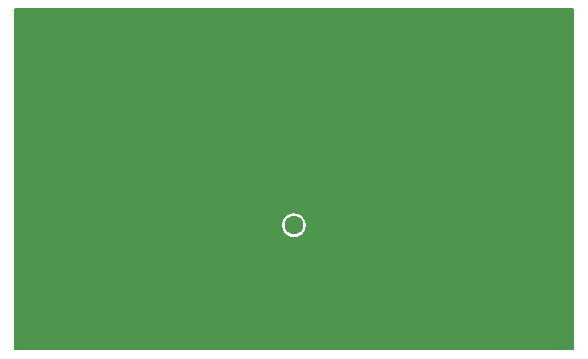
<source format=gbl>
G04 Layer_Physical_Order=2*
G04 Layer_Color=16711680*
%FSLAX24Y24*%
%MOIN*%
G70*
G01*
G75*
%ADD10C,0.0079*%
%ADD11C,0.0630*%
%ADD12R,0.1181X0.1181*%
D10*
X27480Y35709D02*
G03*
X27480Y35709I-433J0D01*
G01*
X35728Y31575D02*
Y42913D01*
X35787Y31575D02*
Y42913D01*
X35669Y31575D02*
Y42913D01*
X35905Y31575D02*
Y42913D01*
X35846Y31575D02*
Y42913D01*
X35492Y31575D02*
Y42913D01*
X35433Y31575D02*
Y42913D01*
X35610Y31575D02*
Y42913D01*
X35551Y31575D02*
Y42913D01*
X36260Y31575D02*
Y42913D01*
X36201Y31575D02*
Y42913D01*
X36339Y31575D02*
Y42913D01*
X36319Y31575D02*
Y42913D01*
X36024Y31575D02*
Y42913D01*
X35965Y31575D02*
Y42913D01*
X36142Y31575D02*
Y42913D01*
X36083Y31575D02*
Y42913D01*
X33071Y31575D02*
Y42913D01*
X33661Y31575D02*
Y42913D01*
X33012Y31575D02*
Y42913D01*
X34902Y31575D02*
Y42913D01*
X34842Y31575D02*
Y42913D01*
X32835Y31575D02*
Y42913D01*
X32776Y31575D02*
Y42913D01*
X32953Y31575D02*
Y42913D01*
X32894Y31575D02*
Y42913D01*
X35256Y31575D02*
Y42913D01*
X35197Y31575D02*
Y42913D01*
X35374Y31575D02*
Y42913D01*
X35315Y31575D02*
Y42913D01*
X35020Y31575D02*
Y42913D01*
X34961Y31575D02*
Y42913D01*
X35138Y31575D02*
Y42913D01*
X35079Y31575D02*
Y42913D01*
X33839Y31575D02*
Y42913D01*
X34193Y31575D02*
Y42913D01*
X33779Y31575D02*
Y42913D01*
X34311Y31575D02*
Y42913D01*
X34252Y31575D02*
Y42913D01*
X32598Y31575D02*
Y42913D01*
X32539Y31575D02*
Y42913D01*
X32716Y31575D02*
Y42913D01*
X32657Y31575D02*
Y42913D01*
X34665Y31575D02*
Y42913D01*
X34606Y31575D02*
Y42913D01*
X34783Y31575D02*
Y42913D01*
X34724Y31575D02*
Y42913D01*
X34429Y31575D02*
Y42913D01*
X34370Y31575D02*
Y42913D01*
X34547Y31575D02*
Y42913D01*
X34488Y31575D02*
Y42913D01*
X27458Y35846D02*
X36339D01*
X27473Y35787D02*
X36339D01*
X27433Y35905D02*
X36339D01*
X27480Y35728D02*
X36339D01*
X27479Y35669D02*
X36339D01*
X27266Y36083D02*
X36339D01*
X27055Y36142D02*
X36339D01*
X27397Y35965D02*
X36339D01*
X27345Y36024D02*
X36339D01*
X27469Y35610D02*
X36339D01*
X27451Y35551D02*
X36339D01*
X27422Y35492D02*
X36339D01*
X27381Y35433D02*
X36339D01*
X32480Y31575D02*
Y42913D01*
X32421Y31575D02*
Y42913D01*
X27322Y35374D02*
X36339D01*
X27228Y35315D02*
X36339D01*
X31713Y31575D02*
Y42913D01*
X31772Y31575D02*
Y42913D01*
X31653Y31575D02*
Y42913D01*
X31890Y31575D02*
Y42913D01*
X31831Y31575D02*
Y42913D01*
X31476Y31575D02*
Y42913D01*
X31417Y31575D02*
Y42913D01*
X31594Y31575D02*
Y42913D01*
X31535Y31575D02*
Y42913D01*
X32244Y31575D02*
Y42913D01*
X32185Y31575D02*
Y42913D01*
X32362Y31575D02*
Y42913D01*
X32303Y31575D02*
Y42913D01*
X32008Y31575D02*
Y42913D01*
X31949Y31575D02*
Y42913D01*
X32126Y31575D02*
Y42913D01*
X32067Y31575D02*
Y42913D01*
X30709Y31575D02*
Y42913D01*
X30768Y31575D02*
Y42913D01*
X30650Y31575D02*
Y42913D01*
X30886Y31575D02*
Y42913D01*
X30827Y31575D02*
Y42913D01*
X30472Y31575D02*
Y42913D01*
X30413Y31575D02*
Y42913D01*
X30590Y31575D02*
Y42913D01*
X30531Y31575D02*
Y42913D01*
X31240Y31575D02*
Y42913D01*
X31181Y31575D02*
Y42913D01*
X31358Y31575D02*
Y42913D01*
X31299Y31575D02*
Y42913D01*
X31004Y31575D02*
Y42913D01*
X30945Y31575D02*
Y42913D01*
X31122Y31575D02*
Y42913D01*
X31063Y31575D02*
Y42913D01*
X29705Y31575D02*
Y42913D01*
X29764Y31575D02*
Y42913D01*
X29646Y31575D02*
Y42913D01*
X29882Y31575D02*
Y42913D01*
X29823Y31575D02*
Y42913D01*
X29468Y31575D02*
Y42913D01*
X29409Y31575D02*
Y42913D01*
X29587Y31575D02*
Y42913D01*
X29527Y31575D02*
Y42913D01*
X30236Y31575D02*
Y42913D01*
X30177Y31575D02*
Y42913D01*
X30354Y31575D02*
Y42913D01*
X30295Y31575D02*
Y42913D01*
X30000Y31575D02*
Y42913D01*
X29941Y31575D02*
Y42913D01*
X30118Y31575D02*
Y42913D01*
X30059Y31575D02*
Y42913D01*
X27106Y36138D02*
Y42913D01*
X27165Y36125D02*
Y42913D01*
X27047Y36142D02*
Y42913D01*
X27283Y36072D02*
Y42913D01*
X27224Y36104D02*
Y42913D01*
X26870Y36104D02*
Y42913D01*
X26811Y36072D02*
Y42913D01*
X26988Y36138D02*
Y42913D01*
X26929Y36125D02*
Y42913D01*
X29350Y31575D02*
Y42913D01*
X27461Y35838D02*
Y42913D01*
X27402Y35958D02*
Y42913D01*
X26693Y35958D02*
Y42913D01*
X26634Y35838D02*
Y42913D01*
X27342Y36026D02*
Y42913D01*
X26752Y36025D02*
Y42913D01*
X33307Y31575D02*
Y42913D01*
X33366Y31575D02*
Y42913D01*
X33248Y31575D02*
Y42913D01*
X33484Y31575D02*
Y42913D01*
X33425Y31575D02*
Y42913D01*
X29291Y31575D02*
Y42913D01*
X29232Y31575D02*
Y42913D01*
X33189Y31575D02*
Y42913D01*
X33130Y31575D02*
Y42913D01*
X34016Y31575D02*
Y42913D01*
X33957Y31575D02*
Y42913D01*
X34134Y31575D02*
Y42913D01*
X34075Y31575D02*
Y42913D01*
X33602Y31575D02*
Y42913D01*
X33543Y31575D02*
Y42913D01*
X33898Y31575D02*
Y42913D01*
X33720Y31575D02*
Y42913D01*
X28524Y31575D02*
Y42913D01*
X28583Y31575D02*
Y42913D01*
X28465Y31575D02*
Y42913D01*
X28701Y31575D02*
Y42913D01*
X28642Y31575D02*
Y42913D01*
X28287Y31575D02*
Y42913D01*
X28228Y31575D02*
Y42913D01*
X28405Y31575D02*
Y42913D01*
X28346Y31575D02*
Y42913D01*
X29055Y31575D02*
Y42913D01*
X28996Y31575D02*
Y42913D01*
X29173Y31575D02*
Y42913D01*
X29114Y31575D02*
Y42913D01*
X28819Y31575D02*
Y42913D01*
X28760Y31575D02*
Y42913D01*
X28937Y31575D02*
Y42913D01*
X28878Y31575D02*
Y42913D01*
X27638Y31575D02*
Y42913D01*
X27697Y31575D02*
Y42913D01*
X27579Y31575D02*
Y42913D01*
X27520Y31575D02*
Y42913D01*
X27461Y31575D02*
Y35579D01*
X27402Y31575D02*
Y35460D01*
X27342Y31575D02*
Y35392D01*
X27283Y31575D02*
Y35346D01*
X27224Y31575D02*
Y35313D01*
X28051Y31575D02*
Y42913D01*
X27992Y31575D02*
Y42913D01*
X28169Y31575D02*
Y42913D01*
X28110Y31575D02*
Y42913D01*
X27815Y31575D02*
Y42913D01*
X27756Y31575D02*
Y42913D01*
X27933Y31575D02*
Y42913D01*
X27874Y31575D02*
Y42913D01*
X26516Y31575D02*
Y42913D01*
X26575Y31575D02*
Y42913D01*
X26457Y31575D02*
Y42913D01*
X26693Y31575D02*
Y35460D01*
X26634Y31575D02*
Y35580D01*
X26279Y31575D02*
Y42913D01*
X26220Y31575D02*
Y42913D01*
X26398Y31575D02*
Y42913D01*
X26339Y31575D02*
Y42913D01*
X27165Y31575D02*
Y35292D01*
X26988Y31575D02*
Y35280D01*
X27106Y31575D02*
Y35280D01*
X27047Y31575D02*
Y35276D01*
X26811Y31575D02*
Y35346D01*
X26752Y31575D02*
Y35392D01*
X26929Y31575D02*
Y35292D01*
X26870Y31575D02*
Y35314D01*
X23563Y31575D02*
Y42913D01*
X23622Y31575D02*
Y42913D01*
X23504Y31575D02*
Y42913D01*
X23740Y31575D02*
Y42913D01*
X23681Y31575D02*
Y42913D01*
X23327Y31575D02*
Y42913D01*
X23268Y31575D02*
Y42913D01*
X23445Y31575D02*
Y42913D01*
X23386Y31575D02*
Y42913D01*
X24094Y31575D02*
Y42913D01*
X24035Y31575D02*
Y42913D01*
X24213Y31575D02*
Y42913D01*
X24153Y31575D02*
Y42913D01*
X23858Y31575D02*
Y42913D01*
X23799Y31575D02*
Y42913D01*
X23976Y31575D02*
Y42913D01*
X23917Y31575D02*
Y42913D01*
X22559Y31575D02*
Y42913D01*
X22618Y31575D02*
Y42913D01*
X22500Y31575D02*
Y42913D01*
X22736Y31575D02*
Y42913D01*
X22677Y31575D02*
Y42913D01*
X22323Y31575D02*
Y42913D01*
X22264Y31575D02*
Y42913D01*
X22441Y31575D02*
Y42913D01*
X22382Y31575D02*
Y42913D01*
X23091Y31575D02*
Y42913D01*
X23031Y31575D02*
Y42913D01*
X23209Y31575D02*
Y42913D01*
X23150Y31575D02*
Y42913D01*
X22854Y31575D02*
Y42913D01*
X22795Y31575D02*
Y42913D01*
X22972Y31575D02*
Y42913D01*
X22913Y31575D02*
Y42913D01*
X25512Y31575D02*
Y42913D01*
X25571Y31575D02*
Y42913D01*
X25453Y31575D02*
Y42913D01*
X25689Y31575D02*
Y42913D01*
X25630Y31575D02*
Y42913D01*
X25276Y31575D02*
Y42913D01*
X25216Y31575D02*
Y42913D01*
X25394Y31575D02*
Y42913D01*
X25335Y31575D02*
Y42913D01*
X26043Y31575D02*
Y42913D01*
X25984Y31575D02*
Y42913D01*
X26161Y31575D02*
Y42913D01*
X26102Y31575D02*
Y42913D01*
X25807Y31575D02*
Y42913D01*
X25748Y31575D02*
Y42913D01*
X25925Y31575D02*
Y42913D01*
X25866Y31575D02*
Y42913D01*
X24567Y31575D02*
Y42913D01*
X24508Y31575D02*
Y42913D01*
X24685Y31575D02*
Y42913D01*
X24626Y31575D02*
Y42913D01*
X24331Y31575D02*
Y42913D01*
X24272Y31575D02*
Y42913D01*
X24449Y31575D02*
Y42913D01*
X24390Y31575D02*
Y42913D01*
X25039Y31575D02*
Y42913D01*
X24980Y31575D02*
Y42913D01*
X25157Y31575D02*
Y42913D01*
X25098Y31575D02*
Y42913D01*
X24803Y31575D02*
Y42913D01*
X24744Y31575D02*
Y42913D01*
X24921Y31575D02*
Y42913D01*
X24862Y31575D02*
Y42913D01*
X17756Y41634D02*
X36339D01*
X17756Y41575D02*
X36339D01*
X17756Y41693D02*
X36339D01*
X17756Y41457D02*
X36339D01*
X17756Y41516D02*
X36339D01*
X17756Y41870D02*
X36339D01*
X17756Y41929D02*
X36339D01*
X17756Y41752D02*
X36339D01*
X17756Y41811D02*
X36339D01*
X17756Y41102D02*
X36339D01*
X17756Y41161D02*
X36339D01*
X17756Y40984D02*
X36339D01*
X17756Y41043D02*
X36339D01*
X17756Y41339D02*
X36339D01*
X17756Y41398D02*
X36339D01*
X17756Y41220D02*
X36339D01*
X17756Y41279D02*
X36339D01*
X17756Y42638D02*
X36339D01*
X17756Y42579D02*
X36339D01*
X17756Y42697D02*
X36339D01*
X17756Y42461D02*
X36339D01*
X17756Y42520D02*
X36339D01*
X17756Y42874D02*
X36339D01*
X17756Y42913D02*
X36339D01*
X17756Y42756D02*
X36339D01*
X17756Y42815D02*
X36339D01*
X17756Y42106D02*
X36339D01*
X17756Y42165D02*
X36339D01*
X17756Y41988D02*
X36339D01*
X17756Y42047D02*
X36339D01*
X17756Y42342D02*
X36339D01*
X17756Y42401D02*
X36339D01*
X17756Y42224D02*
X36339D01*
X17756Y42283D02*
X36339D01*
X17756Y39626D02*
X36339D01*
X17756Y39567D02*
X36339D01*
X17756Y39685D02*
X36339D01*
X17756Y39449D02*
X36339D01*
X17756Y39508D02*
X36339D01*
X17756Y39862D02*
X36339D01*
X17756Y39921D02*
X36339D01*
X17756Y39744D02*
X36339D01*
X17756Y39803D02*
X36339D01*
X17756Y39094D02*
X36339D01*
X17756Y39153D02*
X36339D01*
X17756Y38976D02*
X36339D01*
X17756Y39035D02*
X36339D01*
X17756Y39331D02*
X36339D01*
X17756Y39390D02*
X36339D01*
X17756Y39213D02*
X36339D01*
X17756Y39272D02*
X36339D01*
X17756Y40630D02*
X36339D01*
X17756Y40571D02*
X36339D01*
X17756Y40689D02*
X36339D01*
X17756Y40453D02*
X36339D01*
X17756Y40512D02*
X36339D01*
X17756Y40866D02*
X36339D01*
X17756Y40925D02*
X36339D01*
X17756Y40748D02*
X36339D01*
X17756Y40807D02*
X36339D01*
X17756Y40098D02*
X36339D01*
X17756Y40157D02*
X36339D01*
X17756Y39980D02*
X36339D01*
X17756Y40039D02*
X36339D01*
X17756Y40335D02*
X36339D01*
X17756Y40394D02*
X36339D01*
X17756Y40216D02*
X36339D01*
X17756Y40276D02*
X36339D01*
X17756Y37618D02*
X36339D01*
X17756Y37559D02*
X36339D01*
X17756Y37677D02*
X36339D01*
X17756Y37441D02*
X36339D01*
X17756Y37500D02*
X36339D01*
X17756Y37854D02*
X36339D01*
X17756Y37913D02*
X36339D01*
X17756Y37736D02*
X36339D01*
X17756Y37795D02*
X36339D01*
X17756Y37087D02*
X36339D01*
X17756Y37146D02*
X36339D01*
X17756Y36968D02*
X36339D01*
X17756Y37027D02*
X36339D01*
X17756Y37323D02*
X36339D01*
X17756Y37382D02*
X36339D01*
X17756Y37205D02*
X36339D01*
X17756Y37264D02*
X36339D01*
X17756Y38622D02*
X36339D01*
X17756Y38563D02*
X36339D01*
X17756Y38681D02*
X36339D01*
X17756Y38445D02*
X36339D01*
X17756Y38504D02*
X36339D01*
X17756Y38858D02*
X36339D01*
X17756Y38917D02*
X36339D01*
X17756Y38740D02*
X36339D01*
X17756Y38799D02*
X36339D01*
X17756Y38090D02*
X36339D01*
X17756Y38150D02*
X36339D01*
X17756Y37972D02*
X36339D01*
X17756Y38031D02*
X36339D01*
X17756Y38327D02*
X36339D01*
X17756Y38386D02*
X36339D01*
X17756Y38209D02*
X36339D01*
X17756Y38268D02*
X36339D01*
X17756Y35846D02*
X26637D01*
X17756Y35551D02*
X26644D01*
X17756Y35905D02*
X26661D01*
X17756Y35433D02*
X26713D01*
X17756Y35492D02*
X26672D01*
X17756Y35728D02*
X26615D01*
X17756Y35787D02*
X26621D01*
X17756Y35610D02*
X26626D01*
X17756Y35669D02*
X26616D01*
X17756Y35079D02*
X36339D01*
X17756Y35138D02*
X36339D01*
X17756Y34961D02*
X36339D01*
X17756Y35020D02*
X36339D01*
X17756Y35315D02*
X26867D01*
X17756Y35374D02*
X26772D01*
X17756Y35197D02*
X36339D01*
X17756Y35256D02*
X36339D01*
X17756Y36614D02*
X36339D01*
X17756Y36555D02*
X36339D01*
X17756Y36673D02*
X36339D01*
X17756Y36437D02*
X36339D01*
X17756Y36496D02*
X36339D01*
X17756Y36850D02*
X36339D01*
X17756Y36909D02*
X36339D01*
X17756Y36732D02*
X36339D01*
X17756Y36791D02*
X36339D01*
X17756Y36319D02*
X36339D01*
X17756Y36378D02*
X36339D01*
X17756Y36201D02*
X36339D01*
X17756Y36260D02*
X36339D01*
X17756Y36083D02*
X26829D01*
X17756Y36142D02*
X27039D01*
X17756Y35965D02*
X26698D01*
X17756Y36024D02*
X26750D01*
X17756Y34842D02*
X36339D01*
X17756Y34783D02*
X36339D01*
X17756Y34902D02*
X36339D01*
X17756Y34665D02*
X36339D01*
X17756Y34724D02*
X36339D01*
X22028Y31575D02*
Y42913D01*
X21968Y31575D02*
Y42913D01*
X17756Y34547D02*
X36339D01*
X17756Y34606D02*
X36339D01*
X22087Y31575D02*
Y42913D01*
X21909Y31575D02*
Y42913D01*
X22205Y31575D02*
Y42913D01*
X22146Y31575D02*
Y42913D01*
X21732Y31575D02*
Y42913D01*
X21673Y31575D02*
Y42913D01*
X21850Y31575D02*
Y42913D01*
X21791Y31575D02*
Y42913D01*
X17756Y34193D02*
X36339D01*
X17756Y34134D02*
X36339D01*
X17756Y34252D02*
X36339D01*
X17756Y34016D02*
X36339D01*
X17756Y34075D02*
X36339D01*
X17756Y34429D02*
X36339D01*
X17756Y34488D02*
X36339D01*
X17756Y34311D02*
X36339D01*
X17756Y34370D02*
X36339D01*
X17756Y33661D02*
X36339D01*
X17756Y33720D02*
X36339D01*
X17756Y33543D02*
X36339D01*
X17756Y33602D02*
X36339D01*
X17756Y33898D02*
X36339D01*
X17756Y33957D02*
X36339D01*
X17756Y33779D02*
X36339D01*
X17756Y33839D02*
X36339D01*
X17756Y32185D02*
X36339D01*
X17756Y32126D02*
X36339D01*
X17756Y32244D02*
X36339D01*
X17756Y32008D02*
X36339D01*
X17756Y32067D02*
X36339D01*
X17756Y32421D02*
X36339D01*
X17756Y32480D02*
X36339D01*
X17756Y32303D02*
X36339D01*
X17756Y32362D02*
X36339D01*
X17756Y31653D02*
X36339D01*
X17756Y31713D02*
X36339D01*
X17756Y31575D02*
X36339D01*
X17756Y31594D02*
X36339D01*
X17756Y31890D02*
X36339D01*
X17756Y31949D02*
X36339D01*
X17756Y31772D02*
X36339D01*
X17756Y31831D02*
X36339D01*
X17756Y33189D02*
X36339D01*
X17756Y33130D02*
X36339D01*
X17756Y33248D02*
X36339D01*
X17756Y33012D02*
X36339D01*
X17756Y33071D02*
X36339D01*
X17756Y33425D02*
X36339D01*
X17756Y33484D02*
X36339D01*
X17756Y33307D02*
X36339D01*
X17756Y33366D02*
X36339D01*
X17756Y32657D02*
X36339D01*
X17756Y32716D02*
X36339D01*
X17756Y32539D02*
X36339D01*
X17756Y32598D02*
X36339D01*
X17756Y32894D02*
X36339D01*
X17756Y32953D02*
X36339D01*
X17756Y32776D02*
X36339D01*
X17756Y32835D02*
X36339D01*
X19016Y31575D02*
Y42913D01*
X19075Y31575D02*
Y42913D01*
X18957Y31575D02*
Y42913D01*
X19193Y31575D02*
Y42913D01*
X19134Y31575D02*
Y42913D01*
X18779Y31575D02*
Y42913D01*
X18720Y31575D02*
Y42913D01*
X18898Y31575D02*
Y42913D01*
X18839Y31575D02*
Y42913D01*
X19547Y31575D02*
Y42913D01*
X19488Y31575D02*
Y42913D01*
X19665Y31575D02*
Y42913D01*
X19606Y31575D02*
Y42913D01*
X19311Y31575D02*
Y42913D01*
X19252Y31575D02*
Y42913D01*
X19429Y31575D02*
Y42913D01*
X19370Y31575D02*
Y42913D01*
X18012Y31575D02*
Y42913D01*
X18071Y31575D02*
Y42913D01*
X17953Y31575D02*
Y42913D01*
X18189Y31575D02*
Y42913D01*
X18130Y31575D02*
Y42913D01*
X17776Y31575D02*
Y42913D01*
X17756Y31575D02*
Y42913D01*
X17894Y31575D02*
Y42913D01*
X17835Y31575D02*
Y42913D01*
X18543Y31575D02*
Y42913D01*
X18484Y31575D02*
Y42913D01*
X18661Y31575D02*
Y42913D01*
X18602Y31575D02*
Y42913D01*
X18307Y31575D02*
Y42913D01*
X18248Y31575D02*
Y42913D01*
X18425Y31575D02*
Y42913D01*
X18366Y31575D02*
Y42913D01*
X20965Y31575D02*
Y42913D01*
X21024Y31575D02*
Y42913D01*
X20905Y31575D02*
Y42913D01*
X21142Y31575D02*
Y42913D01*
X21083Y31575D02*
Y42913D01*
X20728Y31575D02*
Y42913D01*
X20669Y31575D02*
Y42913D01*
X20846Y31575D02*
Y42913D01*
X20787Y31575D02*
Y42913D01*
X21496Y31575D02*
Y42913D01*
X21437Y31575D02*
Y42913D01*
X21614Y31575D02*
Y42913D01*
X21555Y31575D02*
Y42913D01*
X21260Y31575D02*
Y42913D01*
X21201Y31575D02*
Y42913D01*
X21378Y31575D02*
Y42913D01*
X21319Y31575D02*
Y42913D01*
X20020Y31575D02*
Y42913D01*
X19961Y31575D02*
Y42913D01*
X20138Y31575D02*
Y42913D01*
X20079Y31575D02*
Y42913D01*
X19783Y31575D02*
Y42913D01*
X19724Y31575D02*
Y42913D01*
X19902Y31575D02*
Y42913D01*
X19842Y31575D02*
Y42913D01*
X20492Y31575D02*
Y42913D01*
X20433Y31575D02*
Y42913D01*
X20610Y31575D02*
Y42913D01*
X20551Y31575D02*
Y42913D01*
X20256Y31575D02*
Y42913D01*
X20197Y31575D02*
Y42913D01*
X20374Y31575D02*
Y42913D01*
X20315Y31575D02*
Y42913D01*
D11*
X27047Y35709D02*
D03*
D12*
X35236Y33701D02*
D03*
M02*

</source>
